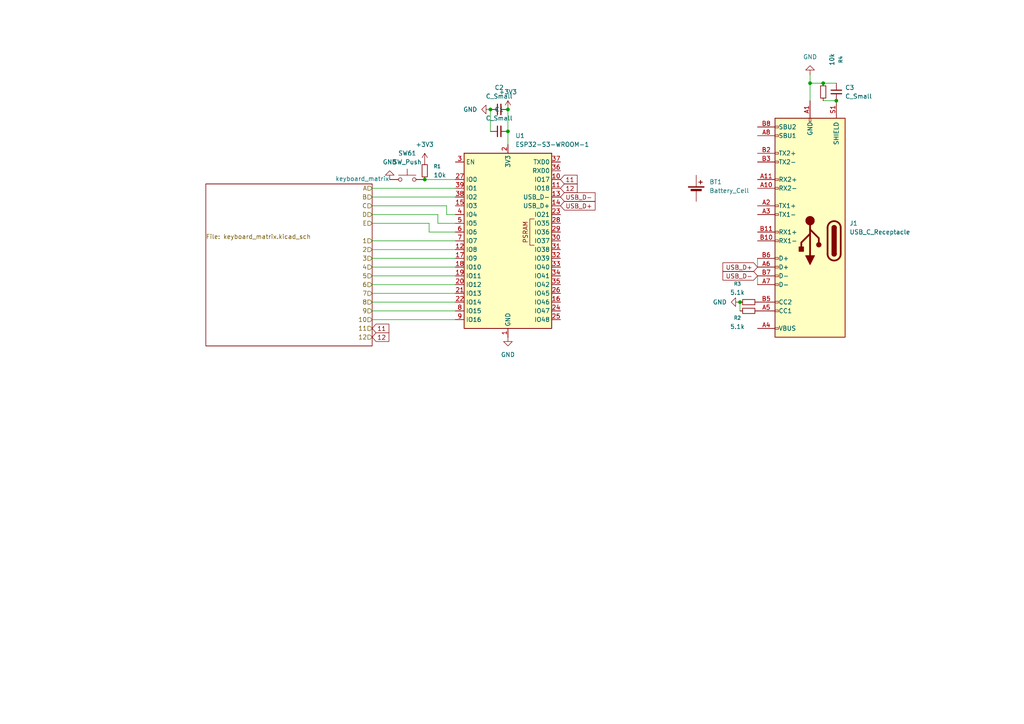
<source format=kicad_sch>
(kicad_sch (version 20250114) (generator "eeschema") (generator_version "9.0")
  (paper "A4")
  (lib_symbols
    (symbol "Connector:USB_C_Receptacle" (pin_names (offset 1.016))
      (property "Reference" "J" (at -10.16 29.21 0))
      (property "Value" "USB_C_Receptacle" (at 10.16 29.21 0))
      (symbol "USB_C_Receptacle_0_0"
        (rectangle (start -0.254 -35.56) (end 0.254 -34.544))
        (rectangle (start 10.16 25.654) (end 9.144 25.146))
        (rectangle (start 10.16 20.574) (end 9.144 20.066))
        (rectangle (start 10.16 18.034) (end 9.144 17.526))
        (rectangle (start 10.16 12.954) (end 9.144 12.446))
        (rectangle (start 10.16 10.414) (end 9.144 9.906))
        (rectangle (start 10.16 7.874) (end 9.144 7.366))
        (rectangle (start 10.16 5.334) (end 9.144 4.826))
        (rectangle (start 10.16 0.254) (end 9.144 -0.254))
        (rectangle (start 10.16 -2.286) (end 9.144 -2.794))
        (rectangle (start 10.16 -7.366) (end 9.144 -7.874))
        (rectangle (start 10.16 -9.906) (end 9.144 -10.414))
        (rectangle (start 10.16 -14.986) (end 9.144 -15.494))
        (rectangle (start 10.16 -17.526) (end 9.144 -18.034))
        (rectangle (start 10.16 -22.606) (end 9.144 -23.114))
        (rectangle (start 10.16 -25.146) (end 9.144 -25.654))
        (rectangle (start 10.16 -30.226) (end 9.144 -30.734))
        (rectangle (start 10.16 -32.766) (end 9.144 -33.274))
      )
      (symbol "USB_C_Receptacle_0_1"
        (rectangle (start -10.16 27.94) (end 10.16 -35.56) (stroke (width 0.254)) (fill (type background)))
        (polyline (pts (xy -8.89 -3.81) (xy -8.89 3.81)) (stroke (width 0.508)))
        (rectangle (start -7.62 -3.81) (end -6.35 3.81) (stroke (width 0.254)) (fill (type outline)))
        (arc (start -7.62 3.81) (mid -6.985 4.4423) (end -6.35 3.81) (stroke (width 0.254)))
        (arc (start -7.62 3.81) (mid -6.985 4.4423) (end -6.35 3.81) (stroke (width 0.254)) (fill (type outline)))
        (arc (start -8.89 3.81) (mid -6.985 5.7067) (end -5.08 3.81) (stroke (width 0.508)))
        (arc (start -5.08 -3.81) (mid -6.985 -5.7067) (end -8.89 -3.81) (stroke (width 0.508)))
        (arc (start -6.35 -3.81) (mid -6.985 -4.4423) (end -7.62 -3.81) (stroke (width 0.254)))
        (arc (start -6.35 -3.81) (mid -6.985 -4.4423) (end -7.62 -3.81) (stroke (width 0.254)) (fill (type outline)))
        (polyline (pts (xy -5.08 3.81) (xy -5.08 -3.81)) (stroke (width 0.508)))
      )
      (symbol "USB_C_Receptacle_1_1"
        (circle (center -2.54 1.143) (radius 0.635) (stroke (width 0.254)) (fill (type outline)))
        (polyline (pts (xy -1.27 4.318) (xy 0 6.858) (xy 1.27 4.318) (xy -1.27 4.318)) (stroke (width 0.254)) (fill (type outline)))
        (polyline (pts (xy 0 -2.032) (xy 2.54 0.508) (xy 2.54 1.778)) (stroke (width 0.508)))
        (polyline (pts (xy 0 -3.302) (xy -2.54 -0.762) (xy -2.54 0.508)) (stroke (width 0.508)))
        (polyline (pts (xy 0 -5.842) (xy 0 4.318)) (stroke (width 0.508)))
        (circle (center 0 -5.842) (radius 1.27) (fill (type outline)))
        (rectangle (start 1.905 1.778) (end 3.175 3.048) (stroke (width 0.254)) (fill (type outline)))
        (pin passive line (at -7.62 -40.64 90) (length 5.08) (name "SHIELD") (number "S1"))
        (pin passive line (at 0 -40.64 90) (length 5.08) (name "GND") (number "A1"))
        (pin passive line (at 0 -40.64 90) (length 5.08) (hide yes) (name "GND") (number "A12"))
        (pin passive line (at 0 -40.64 90) (length 5.08) (hide yes) (name "GND") (number "B1"))
        (pin passive line (at 0 -40.64 90) (length 5.08) (hide yes) (name "GND") (number "B12"))
        (pin passive line (at 15.24 25.4 180) (length 5.08) (name "VBUS") (number "A4"))
        (pin passive line (at 15.24 25.4 180) (length 5.08) (hide yes) (name "VBUS") (number "A9"))
        (pin passive line (at 15.24 25.4 180) (length 5.08) (hide yes) (name "VBUS") (number "B4"))
        (pin passive line (at 15.24 25.4 180) (length 5.08) (hide yes) (name "VBUS") (number "B9"))
        (pin bidirectional line (at 15.24 20.32 180) (length 5.08) (name "CC1") (number "A5"))
        (pin bidirectional line (at 15.24 17.78 180) (length 5.08) (name "CC2") (number "B5"))
        (pin bidirectional line (at 15.24 12.7 180) (length 5.08) (name "D-") (number "A7"))
        (pin bidirectional line (at 15.24 10.16 180) (length 5.08) (name "D-") (number "B7"))
        (pin bidirectional line (at 15.24 7.62 180) (length 5.08) (name "D+") (number "A6"))
        (pin bidirectional line (at 15.24 5.08 180) (length 5.08) (name "D+") (number "B6"))
        (pin bidirectional line (at 15.24 0 180) (length 5.08) (name "RX1-") (number "B10"))
        (pin bidirectional line (at 15.24 -2.54 180) (length 5.08) (name "RX1+") (number "B11"))
        (pin bidirectional line (at 15.24 -7.62 180) (length 5.08) (name "TX1-") (number "A3"))
        (pin bidirectional line (at 15.24 -10.16 180) (length 5.08) (name "TX1+") (number "A2"))
        (pin bidirectional line (at 15.24 -15.24 180) (length 5.08) (name "RX2-") (number "A10"))
        (pin bidirectional line (at 15.24 -17.78 180) (length 5.08) (name "RX2+") (number "A11"))
        (pin bidirectional line (at 15.24 -22.86 180) (length 5.08) (name "TX2-") (number "B3"))
        (pin bidirectional line (at 15.24 -25.4 180) (length 5.08) (name "TX2+") (number "B2"))
        (pin bidirectional line (at 15.24 -30.48 180) (length 5.08) (name "SBU1") (number "A8"))
        (pin bidirectional line (at 15.24 -33.02 180) (length 5.08) (name "SBU2") (number "B8"))
      )
    )
    (symbol "Device:Battery_Cell" (pin_numbers (hide yes)) (pin_names (offset 0) (hide yes))
      (property "Reference" "BT" (at 2.54 2.54 0))
      (property "Value" "Battery_Cell" (at 2.54 0 0))
      (symbol "Battery_Cell_0_1"
        (rectangle (start -2.286 1.778) (end 2.286 1.524) (fill (type outline)))
        (rectangle (start -1.524 1.016) (end 1.524 0.508) (fill (type outline)))
        (polyline (pts (xy 0 1.778) (xy 0 2.54)))
        (polyline (pts (xy 0 0.762) (xy 0 0)))
        (polyline (pts (xy 0.762 3.048) (xy 1.778 3.048)) (stroke (width 0.254)))
        (polyline (pts (xy 1.27 3.556) (xy 1.27 2.54)) (stroke (width 0.254)))
      )
      (symbol "Battery_Cell_1_1"
        (pin passive line (at 0 5.08 270) (length 2.54) (name "+") (number "1"))
        (pin passive line (at 0 -2.54 90) (length 2.54) (name "-") (number "2"))
      )
    )
    (symbol "Device:C_Small" (pin_numbers (hide yes)) (pin_names (offset 0.254) (hide yes))
      (property "Reference" "C" (at 0.254 1.778 0))
      (property "Value" "C_Small" (at 0.254 -2.032 0))
      (symbol "C_Small_0_1"
        (polyline (pts (xy -1.524 0.508) (xy 1.524 0.508)) (stroke (width 0.3048)))
        (polyline (pts (xy -1.524 -0.508) (xy 1.524 -0.508)) (stroke (width 0.3302)))
      )
      (symbol "C_Small_1_1"
        (pin passive line (at 0 2.54 270) (length 2.032) (name "~") (number "1"))
        (pin passive line (at 0 -2.54 90) (length 2.032) (name "~") (number "2"))
      )
    )
    (symbol "Device:R_Small" (pin_numbers (hide yes)) (pin_names (offset 0.254) (hide yes))
      (property "Reference" "R" (at 0 0 90))
      (property "Value" "R_Small" (at 1.778 0 90))
      (symbol "R_Small_0_1"
        (rectangle (start -0.762 1.778) (end 0.762 -1.778) (stroke (width 0.2032)))
      )
      (symbol "R_Small_1_1"
        (pin passive line (at 0 2.54 270) (length 0.762) (name "~") (number "1"))
        (pin passive line (at 0 -2.54 90) (length 0.762) (name "~") (number "2"))
      )
    )
    (symbol "RF_Module:ESP32-S3-WROOM-1"
      (property "Reference" "U" (at -12.7 26.67 0))
      (property "Value" "ESP32-S3-WROOM-1" (at 12.7 26.67 0))
      (symbol "ESP32-S3-WROOM-1_0_0"
        (rectangle (start -12.7 25.4) (end 12.7 -25.4) (stroke (width 0.254)) (fill (type background)))
        (text "PSRAM" (at 5.08 2.54 900) (effects (font (size 1.27 1.27))))
      )
      (symbol "ESP32-S3-WROOM-1_0_1"
        (polyline (pts (xy 7.62 -1.27) (xy 6.35 -1.27) (xy 6.35 6.35) (xy 7.62 6.35)))
      )
      (symbol "ESP32-S3-WROOM-1_1_1"
        (pin input line (at -15.24 22.86 0) (length 2.54) (name "EN") (number "3"))
        (pin bidirectional line (at -15.24 17.78 0) (length 2.54) (name "IO0") (number "27"))
        (pin bidirectional line (at -15.24 15.24 0) (length 2.54) (name "IO1") (number "39"))
        (pin bidirectional line (at -15.24 12.7 0) (length 2.54) (name "IO2") (number "38"))
        (pin bidirectional line (at -15.24 10.16 0) (length 2.54) (name "IO3") (number "15"))
        (pin bidirectional line (at -15.24 7.62 0) (length 2.54) (name "IO4") (number "4"))
        (pin bidirectional line (at -15.24 5.08 0) (length 2.54) (name "IO5") (number "5"))
        (pin bidirectional line (at -15.24 2.54 0) (length 2.54) (name "IO6") (number "6"))
        (pin bidirectional line (at -15.24 0 0) (length 2.54) (name "IO7") (number "7"))
        (pin bidirectional line (at -15.24 -2.54 0) (length 2.54) (name "IO8") (number "12"))
        (pin bidirectional line (at -15.24 -5.08 0) (length 2.54) (name "IO9") (number "17"))
        (pin bidirectional line (at -15.24 -7.62 0) (length 2.54) (name "IO10") (number "18"))
        (pin bidirectional line (at -15.24 -10.16 0) (length 2.54) (name "IO11") (number "19"))
        (pin bidirectional line (at -15.24 -12.7 0) (length 2.54) (name "IO12") (number "20"))
        (pin bidirectional line (at -15.24 -15.24 0) (length 2.54) (name "IO13") (number "21"))
        (pin bidirectional line (at -15.24 -17.78 0) (length 2.54) (name "IO14") (number "22"))
        (pin bidirectional line (at -15.24 -20.32 0) (length 2.54) (name "IO15") (number "8"))
        (pin bidirectional line (at -15.24 -22.86 0) (length 2.54) (name "IO16") (number "9"))
        (pin power_in line (at 0 27.94 270) (length 2.54) (name "3V3") (number "2"))
        (pin power_in line (at 0 -27.94 90) (length 2.54) (name "GND") (number "1"))
        (pin passive line (at 0 -27.94 90) (length 2.54) (hide yes) (name "GND") (number "40"))
        (pin passive line (at 0 -27.94 90) (length 2.54) (hide yes) (name "GND") (number "41"))
        (pin bidirectional line (at 15.24 22.86 180) (length 2.54) (name "TXD0") (number "37"))
        (pin bidirectional line (at 15.24 20.32 180) (length 2.54) (name "RXD0") (number "36"))
        (pin bidirectional line (at 15.24 17.78 180) (length 2.54) (name "IO17") (number "10"))
        (pin bidirectional line (at 15.24 15.24 180) (length 2.54) (name "IO18") (number "11"))
        (pin bidirectional line (at 15.24 12.7 180) (length 2.54) (name "USB_D-") (number "13"))
        (pin bidirectional line (at 15.24 10.16 180) (length 2.54) (name "USB_D+") (number "14"))
        (pin bidirectional line (at 15.24 7.62 180) (length 2.54) (name "IO21") (number "23"))
        (pin bidirectional line (at 15.24 5.08 180) (length 2.54) (name "IO35") (number "28"))
        (pin bidirectional line (at 15.24 2.54 180) (length 2.54) (name "IO36") (number "29"))
        (pin bidirectional line (at 15.24 0 180) (length 2.54) (name "IO37") (number "30"))
        (pin bidirectional line (at 15.24 -2.54 180) (length 2.54) (name "IO38") (number "31"))
        (pin bidirectional line (at 15.24 -5.08 180) (length 2.54) (name "IO39") (number "32"))
        (pin bidirectional line (at 15.24 -7.62 180) (length 2.54) (name "IO40") (number "33"))
        (pin bidirectional line (at 15.24 -10.16 180) (length 2.54) (name "IO41") (number "34"))
        (pin bidirectional line (at 15.24 -12.7 180) (length 2.54) (name "IO42") (number "35"))
        (pin bidirectional line (at 15.24 -15.24 180) (length 2.54) (name "IO45") (number "26"))
        (pin bidirectional line (at 15.24 -17.78 180) (length 2.54) (name "IO46") (number "16"))
        (pin bidirectional line (at 15.24 -20.32 180) (length 2.54) (name "IO47") (number "24"))
        (pin bidirectional line (at 15.24 -22.86 180) (length 2.54) (name "IO48") (number "25"))
      )
    )
    (symbol "Switch:SW_Push" (pin_numbers (hide yes)) (pin_names (offset 1.016) (hide yes))
      (property "Reference" "SW" (at 1.27 2.54 0))
      (property "Value" "SW_Push" (at 0 -1.524 0))
      (symbol "SW_Push_0_1"
        (circle (center -2.032 0) (radius 0.508))
        (polyline (pts (xy 0 1.27) (xy 0 3.048)))
        (circle (center 2.032 0) (radius 0.508))
        (polyline (pts (xy 2.54 1.27) (xy -2.54 1.27)))
        (pin passive line (at -5.08 0 0) (length 2.54) (name "1") (number "1"))
        (pin passive line (at 5.08 0 180) (length 2.54) (name "2") (number "2"))
      )
    )
    (symbol "power:+3V3" (power) (pin_numbers (hide yes)) (pin_names (offset 0) (hide yes))
      (property "Value" "+3V3" (at 0 3.556 0))
      (symbol "+3V3_0_1"
        (polyline (pts (xy -0.762 1.27) (xy 0 2.54)))
        (polyline (pts (xy 0 2.54) (xy 0.762 1.27)))
        (polyline (pts (xy 0 0) (xy 0 2.54)))
      )
      (symbol "+3V3_1_1"
        (pin power_in line (at 0 0 90) (length 0) (name "~") (number "1"))
      )
    )
    (symbol "power:GND" (power) (pin_numbers (hide yes)) (pin_names (offset 0) (hide yes))
      (property "Value" "GND" (at 0 -3.81 0))
      (symbol "GND_0_1"
        (polyline (pts (xy 0 0) (xy 0 -1.27) (xy 1.27 -1.27) (xy 0 -2.54) (xy -1.27 -1.27) (xy 0 -1.27)))
      )
      (symbol "GND_1_1"
        (pin power_in line (at 0 0 270) (length 0) (name "~") (number "1"))
      )
    )
  )
  (junction (at 238.76 24.13))
  (junction (at 142.24 31.75))
  (junction (at 147.32 31.75))
  (junction (at 234.95 24.13))
  (junction (at 242.57 29.21))
  (junction (at 214.63 87.63))
  (junction (at 123.19 52.07))
  (junction (at 147.32 38.1))
  (wire (pts (xy 107.95 87.63) (xy 132.08 87.63)))
  (wire (pts (xy 107.95 80.01) (xy 132.08 80.01)))
  (wire (pts (xy 127 62.23) (xy 107.95 62.23)))
  (wire (pts (xy 234.95 24.13) (xy 234.95 29.21)))
  (wire (pts (xy 107.95 57.15) (xy 132.08 57.15)))
  (wire (pts (xy 234.95 24.13) (xy 238.76 24.13)))
  (wire (pts (xy 132.08 62.23) (xy 129.54 62.23)))
  (wire (pts (xy 147.32 38.1) (xy 147.32 41.91)))
  (wire (pts (xy 132.08 67.31) (xy 124.46 67.31)))
  (wire (pts (xy 107.95 92.71) (xy 132.08 92.71)))
  (wire (pts (xy 147.32 31.75) (xy 147.32 38.1)))
  (wire (pts (xy 214.63 87.63) (xy 214.63 90.17)))
  (wire (pts (xy 107.95 72.39) (xy 132.08 72.39)))
  (wire (pts (xy 107.95 90.17) (xy 132.08 90.17)))
  (wire (pts (xy 123.19 52.07) (xy 132.08 52.07)))
  (wire (pts (xy 124.46 64.77) (xy 107.95 64.77)))
  (wire (pts (xy 238.76 24.13) (xy 242.57 24.13)))
  (wire (pts (xy 238.76 29.21) (xy 242.57 29.21)))
  (wire (pts (xy 129.54 62.23) (xy 129.54 59.69)))
  (wire (pts (xy 107.95 85.09) (xy 132.08 85.09)))
  (wire (pts (xy 234.95 21.59) (xy 234.95 24.13)))
  (wire (pts (xy 132.08 64.77) (xy 127 64.77)))
  (wire (pts (xy 107.95 77.47) (xy 132.08 77.47)))
  (wire (pts (xy 129.54 59.69) (xy 107.95 59.69)))
  (wire (pts (xy 142.24 31.75) (xy 142.24 38.1)))
  (wire (pts (xy 124.46 67.31) (xy 124.46 64.77)))
  (wire (pts (xy 107.95 54.61) (xy 132.08 54.61)))
  (wire (pts (xy 127 64.77) (xy 127 62.23)))
  (wire (pts (xy 107.95 74.93) (xy 132.08 74.93)))
  (wire (pts (xy 219.71 80.01) (xy 219.71 82.55)))
  (wire (pts (xy 107.95 69.85) (xy 132.08 69.85)))
  (wire (pts (xy 219.71 74.93) (xy 219.71 77.47)))
  (wire (pts (xy 107.95 82.55) (xy 132.08 82.55)))
  (global_label "USB_D+" (shape input) (at 219.71 77.47 180) (property "Intersheetrefs" "${INTERSHEET_REFS}" (effects (hide yes))))
  (global_label "11" (shape input) (at 107.95 95.25 0) (property "Intersheetrefs" "${INTERSHEET_REFS}" (effects (hide yes))))
  (global_label "12" (shape input) (at 107.95 97.79 0) (property "Intersheetrefs" "${INTERSHEET_REFS}" (effects (hide yes))))
  (global_label "USB_D+" (shape input) (at 162.56 59.69 0) (property "Intersheetrefs" "${INTERSHEET_REFS}" (effects (hide yes))))
  (global_label "USB_D-" (shape input) (at 219.71 80.01 180) (property "Intersheetrefs" "${INTERSHEET_REFS}" (effects (hide yes))))
  (global_label "USB_D-" (shape input) (at 162.56 57.15 0) (property "Intersheetrefs" "${INTERSHEET_REFS}" (effects (hide yes))))
  (global_label "11" (shape input) (at 162.56 52.07 0) (property "Intersheetrefs" "${INTERSHEET_REFS}" (effects (hide yes))))
  (global_label "12" (shape input) (at 162.56 54.61 0) (property "Intersheetrefs" "${INTERSHEET_REFS}" (effects (hide yes))))
  (hierarchical_label "B" (shape input) (at 107.95 57.15 180))
  (hierarchical_label "6" (shape input) (at 107.95 82.55 180))
  (hierarchical_label "7" (shape input) (at 107.95 85.09 180))
  (hierarchical_label "5" (shape input) (at 107.95 80.01 180))
  (hierarchical_label "2" (shape input) (at 107.95 72.39 180))
  (hierarchical_label "10" (shape input) (at 107.95 92.71 180))
  (hierarchical_label "C" (shape input) (at 107.95 59.69 180))
  (hierarchical_label "4" (shape input) (at 107.95 77.47 180))
  (hierarchical_label "1" (shape input) (at 107.95 69.85 180))
  (hierarchical_label "E" (shape input) (at 107.95 64.77 180))
  (hierarchical_label "9" (shape input) (at 107.95 90.17 180))
  (hierarchical_label "A" (shape input) (at 107.95 54.61 180))
  (hierarchical_label "3" (shape input) (at 107.95 74.93 180))
  (hierarchical_label "12" (shape input) (at 107.95 97.79 180))
  (hierarchical_label "D" (shape input) (at 107.95 62.23 180))
  (hierarchical_label "8" (shape input) (at 107.95 87.63 180))
  (hierarchical_label "11" (shape input) (at 107.95 95.25 180))
  (symbol (lib_id "Device:C_Small") (at 144.78 38.1 90) (unit 1)
    (property "Reference" "C1" (at 144.7863 31.75 90))
    (property "Value" "C_Small" (at 144.7863 34.29 90))
    (property "Description" "Unpolarized capacitor, small symbol" (effects (hide yes)))
  )
  (symbol (lib_id "Device:C_Small") (at 144.78 31.75 90) (unit 1)
    (property "Reference" "C2" (at 144.7863 25.4 90))
    (property "Value" "C_Small" (at 144.7863 27.94 90))
    (property "Description" "Unpolarized capacitor, small symbol" (effects (hide yes)))
  )
  (symbol (lib_id "Device:R_Small") (at 238.76 26.67 0) (unit 1)
    (property "Reference" "R4" (at 243.84 17.272 90) (effects (font (size 1.016 1.016))))
    (property "Value" "10k" (at 241.3 17.272 90))
    (property "Description" "Resistor, small symbol" (effects (hide yes)))
  )
  (symbol (lib_id "Device:R_Small") (at 217.17 90.17 90) (unit 1)
    (property "Reference" "R2" (at 213.868 92.202 90) (effects (font (size 1.016 1.016))))
    (property "Value" "5.1k" (at 213.868 94.742 90))
    (property "Description" "Resistor, small symbol" (effects (hide yes)))
  )
  (symbol (lib_id "power:GND") (at 214.63 87.63 270) (unit 1)
    (property "Reference" "#PWR06" (effects (hide yes)))
    (property "Value" "GND" (at 210.82 87.6299 90) (effects (justify right)))
    (property "Description" "Power symbol creates a global label with name \"GND\" , ground" (effects (hide yes)))
  )
  (symbol (lib_id "power:GND") (at 234.95 21.59 180) (unit 1)
    (property "Reference" "#PWR07" (effects (hide yes)))
    (property "Value" "GND" (at 234.95 16.51 0))
    (property "Description" "Power symbol creates a global label with name \"GND\" , ground" (effects (hide yes)))
  )
  (symbol (lib_id "power:GND") (at 113.03 52.07 180) (unit 1)
    (property "Reference" "#PWR05" (effects (hide yes)))
    (property "Value" "GND" (at 113.03 46.99 0))
    (property "Description" "Power symbol creates a global label with name \"GND\" , ground" (effects (hide yes)))
  )
  (symbol (lib_id "Device:R_Small") (at 217.17 87.63 90) (unit 1)
    (property "Reference" "R3" (at 213.868 82.296 90) (effects (font (size 1.016 1.016))))
    (property "Value" "5.1k" (at 213.868 84.836 90))
    (property "Description" "Resistor, small symbol" (effects (hide yes)))
  )
  (symbol (lib_id "power:+3V3") (at 123.19 46.99 0) (unit 1)
    (property "Reference" "#PWR04" (effects (hide yes)))
    (property "Value" "+3V3" (at 123.19 41.91 0))
    (property "Description" "Power symbol creates a global label with name \"+3V3\"" (effects (hide yes)))
  )
  (symbol (lib_id "RF_Module:ESP32-S3-WROOM-1") (at 147.32 69.85 0) (unit 1)
    (property "Reference" "U1" (at 149.4633 39.37 0) (effects (justify left)))
    (property "Value" "ESP32-S3-WROOM-1" (at 149.4633 41.91 0) (effects (justify left)))
    (property "Footprint" "RF_Module:ESP32-S3-WROOM-1" (effects (hide yes)))
    (property "Datasheet" "https://www.espressif.com/sites/default/files/documentation/esp32-s3-wroom-1_wroom-1u_datasheet_en.pdf" (effects (hide yes)))
    (property "Description" "RF Module, ESP32-S3 SoC, Wi-Fi 802.11b/g/n, Bluetooth, BLE, 32-bit, 3.3V, onboard antenna, SMD" (effects (hide yes)))
  )
  (symbol (lib_id "power:+3V3") (at 147.32 31.75 0) (unit 1)
    (property "Reference" "#PWR03" (effects (hide yes)))
    (property "Value" "+3V3" (at 147.32 26.67 0))
    (property "Description" "Power symbol creates a global label with name \"+3V3\"" (effects (hide yes)))
  )
  (symbol (lib_id "power:GND") (at 147.32 97.79 0) (unit 1)
    (property "Reference" "#PWR01" (effects (hide yes)))
    (property "Value" "GND" (at 147.32 102.87 0))
    (property "Description" "Power symbol creates a global label with name \"GND\" , ground" (effects (hide yes)))
  )
  (symbol (lib_id "Connector:USB_C_Receptacle") (at 234.95 69.85 180) (unit 1)
    (property "Reference" "J1" (at 246.38 64.7699 0) (effects (justify right)))
    (property "Value" "USB_C_Receptacle" (at 246.38 67.3099 0) (effects (justify right)))
    (property "Datasheet" "https://www.usb.org/sites/default/files/documents/usb_type-c.zip" (effects (hide yes)))
    (property "Description" "USB Full-Featured Type-C Receptacle connector" (effects (hide yes)))
  )
  (symbol (lib_id "power:GND") (at 142.24 31.75 270) (unit 1)
    (property "Reference" "#PWR02" (effects (hide yes)))
    (property "Value" "GND" (at 138.43 31.7499 90) (effects (justify right)))
    (property "Description" "Power symbol creates a global label with name \"GND\" , ground" (effects (hide yes)))
  )
  (symbol (lib_id "Switch:SW_Push") (at 118.11 52.07 0) (unit 1)
    (property "Reference" "SW61" (at 118.11 44.45 0))
    (property "Value" "SW_Push" (at 118.11 46.99 0))
    (property "Description" "Push button switch, generic, two pins" (effects (hide yes)))
  )
  (symbol (lib_id "Device:Battery_Cell") (at 201.93 55.88 0) (unit 1)
    (property "Reference" "BT1" (at 205.74 52.7684 0) (effects (justify left)))
    (property "Value" "Battery_Cell" (at 205.74 55.3084 0) (effects (justify left)))
    (property "Description" "Single-cell battery" (effects (hide yes)))
    (property "Sim.Device" "V" (effects (hide yes)))
    (property "Sim.Type" "DC" (effects (hide yes)))
    (property "Sim.Pins" "1=+ 2=-" (effects (hide yes)))
  )
  (symbol (lib_id "Device:C_Small") (at 242.57 26.67 0) (unit 1)
    (property "Reference" "C3" (at 245.11 25.4062 0) (effects (justify left)))
    (property "Value" "C_Small" (at 245.11 27.9462 0) (effects (justify left)))
    (property "Description" "Unpolarized capacitor, small symbol" (effects (hide yes)))
  )
  (symbol (lib_id "Device:R_Small") (at 123.19 49.53 0) (unit 1)
    (property "Reference" "R1" (at 125.73 48.2599 0) (effects (font (size 1.016 1.016)) (justify left)))
    (property "Value" "10k" (at 125.73 50.7999 0) (effects (justify left)))
    (property "Description" "Resistor, small symbol" (effects (hide yes)))
  )
  (sheet (at 59.69 53.34) (size 48.26 46.99) (stroke (width 0.1524))
    (property "Sheetname" "keyboard_matrix" (at 97.282 52.578 0) (effects (justify left bottom)))
    (property "Sheetfile" "keyboard_matrix.kicad_sch" (at 59.69 67.8946 0) (effects (justify left top)))
  )
)
</source>
